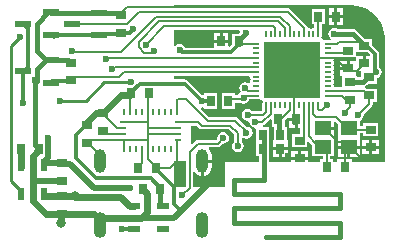
<source format=gtl>
G04*
G04 #@! TF.GenerationSoftware,Altium Limited,Altium Designer,22.1.2 (22)*
G04*
G04 Layer_Physical_Order=1*
G04 Layer_Color=255*
%FSLAX44Y44*%
%MOMM*%
G71*
G04*
G04 #@! TF.SameCoordinates,13D72DB6-CE64-42D8-9DE0-DE94B983F977*
G04*
G04*
G04 #@! TF.FilePolarity,Positive*
G04*
G01*
G75*
%ADD10C,0.2500*%
%ADD12C,0.2000*%
%ADD13C,0.3000*%
%ADD33R,0.7000X0.9000*%
%ADD34R,1.4500X0.6000*%
%ADD35R,0.9000X0.7000*%
%ADD36C,0.4000*%
%ADD37R,0.6000X1.0500*%
%ADD38R,0.4750X0.2500*%
%ADD39R,0.2500X0.5750*%
%ADD40R,1.0500X0.6000*%
%ADD41R,4.7000X4.7000*%
%ADD42O,0.6500X0.2000*%
%ADD43O,0.2000X0.6500*%
%ADD44R,1.4000X1.1500*%
%ADD45C,0.5000*%
%ADD46C,0.4000*%
%ADD47C,0.6000*%
%ADD48O,1.1000X2.2000*%
%ADD49O,1.0080X2.0160*%
%ADD50C,0.6000*%
%ADD51C,0.8000*%
%ADD52C,0.6600*%
G36*
X-123516Y-25030D02*
X-123682Y-25865D01*
X-125018Y-27201D01*
X-130250D01*
Y-35405D01*
X-130309Y-35701D01*
X-130250Y-35996D01*
Y-36154D01*
X-132440Y-38344D01*
X-133710Y-37818D01*
Y-34971D01*
X-139750D01*
X-145790D01*
Y-39132D01*
X-170014D01*
X-170040Y-39000D01*
X-171145Y-37346D01*
X-172799Y-36241D01*
X-174750Y-35853D01*
X-176701Y-36241D01*
X-178355Y-37346D01*
X-178730Y-37908D01*
X-180000Y-37522D01*
Y-23760D01*
X-124209D01*
X-123516Y-25030D01*
D02*
G37*
G36*
X-13607Y-45141D02*
X-14133Y-46411D01*
X-17480D01*
Y-52451D01*
X-20020D01*
Y-46411D01*
X-25750D01*
Y-44014D01*
X-25250Y-42951D01*
X-15797D01*
X-13607Y-45141D01*
D02*
G37*
G36*
X-21000Y-58701D02*
Y-63933D01*
X-21189Y-64123D01*
X-24500D01*
Y-62701D01*
X-25210D01*
Y-58491D01*
X-22183D01*
X-21000Y-58701D01*
D02*
G37*
G36*
X-115309Y-63701D02*
X-115076Y-64872D01*
X-114522Y-65701D01*
X-115076Y-66530D01*
X-115309Y-67701D01*
X-115163Y-68432D01*
X-116241Y-69239D01*
X-117174Y-68616D01*
X-119125Y-68228D01*
X-121076Y-68616D01*
X-122730Y-69721D01*
X-123835Y-71375D01*
X-124223Y-73326D01*
X-123835Y-75277D01*
X-122809Y-76813D01*
X-124355Y-77846D01*
X-125388Y-79392D01*
X-128000D01*
Y-77750D01*
X-139000D01*
Y-90750D01*
X-128000D01*
Y-85510D01*
X-123675D01*
X-122701Y-86161D01*
X-120750Y-86549D01*
X-118799Y-86161D01*
X-117145Y-85056D01*
X-116040Y-83402D01*
X-115912Y-82760D01*
X-107750D01*
X-107060Y-82622D01*
X-105790Y-83411D01*
Y-83741D01*
X-105460D01*
X-104671Y-85011D01*
X-104809Y-85701D01*
Y-91934D01*
X-105767Y-92892D01*
X-113280D01*
X-113645Y-92346D01*
X-115299Y-91241D01*
X-117250Y-90853D01*
X-119201Y-91241D01*
X-120855Y-92346D01*
X-121960Y-94000D01*
X-122348Y-95951D01*
X-121960Y-97902D01*
X-120855Y-99556D01*
X-119201Y-100661D01*
X-117250Y-101049D01*
X-116724Y-100944D01*
X-115826Y-101842D01*
X-115848Y-101951D01*
X-115460Y-103902D01*
X-114355Y-105556D01*
X-112701Y-106661D01*
X-110750Y-107049D01*
X-110000Y-107664D01*
Y-119201D01*
X-110000D01*
Y-130980D01*
X-107578D01*
Y-135951D01*
X-136750D01*
Y-157451D01*
X-163191D01*
Y-144702D01*
X-163041Y-144620D01*
X-161921Y-144373D01*
X-160906Y-145696D01*
X-159323Y-146911D01*
X-157479Y-147675D01*
X-156770Y-147768D01*
Y-135250D01*
X-155500D01*
Y-133980D01*
X-147855D01*
Y-130210D01*
X-148115Y-128231D01*
X-148879Y-126387D01*
X-150094Y-124804D01*
X-150387Y-124579D01*
X-149956Y-123309D01*
X-142750D01*
X-142750Y-123309D01*
X-141580Y-123076D01*
X-140587Y-122413D01*
X-138644Y-120470D01*
X-138000Y-120598D01*
X-136049Y-120210D01*
X-134395Y-119105D01*
X-133290Y-117451D01*
X-132902Y-115500D01*
X-133290Y-113549D01*
X-134395Y-111895D01*
X-136049Y-110790D01*
X-138000Y-110402D01*
X-139951Y-110790D01*
X-141605Y-111895D01*
X-142710Y-113549D01*
X-143098Y-115500D01*
X-142970Y-116144D01*
X-144017Y-117191D01*
X-159500D01*
X-160671Y-117424D01*
X-161663Y-118087D01*
X-161663Y-118087D01*
X-164327Y-120751D01*
X-165500Y-120265D01*
Y-105135D01*
X-160441D01*
X-158413Y-107163D01*
X-157421Y-107826D01*
X-156250Y-108059D01*
X-156250Y-108059D01*
X-133267D01*
X-128559Y-112767D01*
Y-118530D01*
X-129105Y-118895D01*
X-130210Y-120549D01*
X-130598Y-122500D01*
X-130210Y-124451D01*
X-129105Y-126105D01*
X-127451Y-127210D01*
X-125500Y-127598D01*
X-123549Y-127210D01*
X-121895Y-126105D01*
X-120790Y-124451D01*
X-120402Y-122500D01*
X-120790Y-120549D01*
X-121895Y-118895D01*
X-122441Y-118530D01*
Y-115691D01*
X-121171Y-115013D01*
X-120201Y-115661D01*
X-118250Y-116049D01*
X-116299Y-115661D01*
X-114645Y-114556D01*
X-113540Y-112902D01*
X-113152Y-110951D01*
X-113540Y-109000D01*
X-114645Y-107346D01*
X-116299Y-106241D01*
X-118250Y-105853D01*
X-118477Y-105898D01*
X-125788Y-98587D01*
X-126780Y-97924D01*
X-127951Y-97691D01*
X-127951Y-97691D01*
X-149733D01*
X-156787Y-90637D01*
X-156218Y-89572D01*
X-155872Y-89524D01*
X-155750Y-89549D01*
X-155074Y-89414D01*
X-154976Y-89401D01*
X-154000Y-90201D01*
Y-90750D01*
X-143000D01*
Y-77750D01*
X-154000D01*
Y-78700D01*
X-154982Y-79506D01*
X-155750Y-79353D01*
X-155793Y-79361D01*
X-168177Y-66977D01*
X-169335Y-66203D01*
X-170701Y-65931D01*
X-180000D01*
Y-62760D01*
X-116081D01*
X-115309Y-63701D01*
D02*
G37*
G36*
X-38750Y-47201D02*
X-25790D01*
Y-50661D01*
X-30980D01*
Y-56701D01*
X-32250D01*
Y-57971D01*
X-39290D01*
Y-62741D01*
X-37500D01*
Y-72642D01*
X-43419D01*
X-44191Y-71701D01*
X-44424Y-70531D01*
X-44978Y-69701D01*
X-44424Y-68872D01*
X-44191Y-67701D01*
X-44424Y-66530D01*
X-44978Y-65701D01*
X-44424Y-64872D01*
X-44191Y-63701D01*
X-44424Y-62530D01*
X-44978Y-61701D01*
X-44424Y-60872D01*
X-44191Y-59701D01*
X-44424Y-58531D01*
X-44978Y-57701D01*
X-44424Y-56872D01*
X-44191Y-55701D01*
X-44424Y-54531D01*
X-44978Y-53701D01*
X-44424Y-52871D01*
X-44191Y-51701D01*
X-44424Y-50531D01*
X-44654Y-50187D01*
X-43915Y-49082D01*
X-43641Y-47701D01*
X-42868Y-46760D01*
X-38750D01*
Y-47201D01*
D02*
G37*
G36*
X-24455Y-3581D02*
X-20265Y-4587D01*
X-16285Y-6236D01*
X-12611Y-8487D01*
X-9334Y-11286D01*
X-6536Y-14562D01*
X-4285Y-18235D01*
X-2636Y-22216D01*
X-1630Y-26406D01*
X-1390Y-29458D01*
X-1299Y-30701D01*
X-1299Y-30701D01*
X-1299Y-31950D01*
Y-135951D01*
X-29210D01*
Y-133161D01*
X-41290D01*
Y-135951D01*
X-44750D01*
Y-133701D01*
X-47191D01*
Y-131201D01*
X-44500D01*
Y-115741D01*
X-43960D01*
Y-108721D01*
X-53500D01*
Y-106181D01*
X-43960D01*
Y-102363D01*
X-42690Y-101837D01*
X-40500Y-104027D01*
Y-115161D01*
X-41040D01*
Y-122181D01*
X-21960D01*
Y-115161D01*
X-22500D01*
Y-111510D01*
X-19750D01*
Y-113951D01*
X-6750D01*
Y-102951D01*
X-19750D01*
Y-105392D01*
X-22500D01*
Y-101001D01*
X-22049Y-100911D01*
X-20395Y-99806D01*
X-19290Y-98152D01*
X-18902Y-96201D01*
X-19030Y-95557D01*
X-12337Y-88864D01*
X-12337Y-88864D01*
X-11674Y-87872D01*
X-11441Y-86701D01*
Y-84701D01*
X-8000D01*
Y-73701D01*
X-16674D01*
X-16837Y-73538D01*
X-17507Y-73091D01*
X-17521Y-73052D01*
X-17571Y-71919D01*
X-17507Y-71680D01*
X-16616Y-71085D01*
X-15232Y-69701D01*
X-8000D01*
Y-64600D01*
X-7049Y-64411D01*
X-5395Y-63306D01*
X-4290Y-61652D01*
X-3902Y-59701D01*
X-4290Y-57750D01*
X-5395Y-56096D01*
X-5931Y-55738D01*
Y-44201D01*
X-6203Y-42835D01*
X-6977Y-41678D01*
X-12250Y-36404D01*
Y-31951D01*
X-17467D01*
X-18326Y-31377D01*
X-18366Y-31317D01*
X-18366Y-31317D01*
X-25116Y-24567D01*
X-26439Y-23683D01*
X-28000Y-23373D01*
X-28000Y-23373D01*
X-40854D01*
X-41799Y-22741D01*
X-43750Y-22353D01*
X-45701Y-22741D01*
X-47355Y-23846D01*
X-48460Y-25500D01*
X-48848Y-27451D01*
X-48460Y-29402D01*
X-47355Y-31056D01*
X-46881Y-31372D01*
X-47267Y-32642D01*
X-51750D01*
X-52440Y-32780D01*
X-53710Y-31991D01*
Y-31661D01*
X-54040D01*
X-54829Y-30391D01*
X-54691Y-29701D01*
Y-19201D01*
X-52000D01*
Y-6201D01*
X-63000D01*
Y-19201D01*
X-60809D01*
Y-21370D01*
X-61750Y-22142D01*
X-62920Y-22375D01*
X-63750Y-22929D01*
X-64580Y-22375D01*
X-65750Y-22142D01*
X-66914Y-21079D01*
X-66924Y-21030D01*
X-67587Y-20038D01*
X-67587Y-20038D01*
X-81087Y-6538D01*
X-82079Y-5875D01*
X-83250Y-5642D01*
X-83250Y-5642D01*
X-180000Y-5642D01*
Y-3250D01*
X-28750Y-3250D01*
X-28726Y-3245D01*
X-24455Y-3581D01*
D02*
G37*
G36*
X-83002Y-98480D02*
X-76250D01*
Y-99750D01*
X-74980D01*
Y-106790D01*
X-72809D01*
Y-112201D01*
X-79750D01*
Y-123201D01*
X-66750D01*
Y-119073D01*
X-65480Y-118547D01*
X-62500Y-121527D01*
Y-131201D01*
X-53309D01*
Y-133701D01*
X-55750D01*
Y-135951D01*
X-66210D01*
Y-133971D01*
X-73250D01*
X-80290D01*
Y-135951D01*
X-99422D01*
Y-130980D01*
X-99000D01*
Y-117980D01*
X-99000D01*
Y-106201D01*
X-104229D01*
X-104354Y-104931D01*
X-103580Y-104777D01*
X-102587Y-104114D01*
X-97923Y-99450D01*
X-96750Y-99936D01*
Y-106250D01*
X-95000D01*
Y-117440D01*
X-95540D01*
Y-123210D01*
X-89500D01*
X-83460D01*
Y-117440D01*
X-84000D01*
Y-106201D01*
X-85750D01*
Y-100576D01*
X-83463Y-98289D01*
X-83002Y-98480D01*
D02*
G37*
G36*
X-169309Y-156483D02*
X-170277Y-157451D01*
X-180000D01*
Y-135451D01*
X-169309D01*
Y-156483D01*
D02*
G37*
%LPC*%
G36*
X-133710Y-26661D02*
X-138480D01*
Y-32431D01*
X-133710D01*
Y-26661D01*
D02*
G37*
G36*
X-141020D02*
X-145790D01*
Y-32431D01*
X-141020D01*
Y-26661D01*
D02*
G37*
G36*
X-147855Y-136520D02*
X-154230D01*
Y-147768D01*
X-153521Y-147675D01*
X-151677Y-146911D01*
X-150094Y-145696D01*
X-148879Y-144113D01*
X-148115Y-142269D01*
X-147855Y-140290D01*
Y-136520D01*
D02*
G37*
G36*
X-33520Y-50661D02*
X-39290D01*
Y-55431D01*
X-33520D01*
Y-50661D01*
D02*
G37*
G36*
X-36460Y-5661D02*
X-41230D01*
Y-11431D01*
X-36460D01*
Y-5661D01*
D02*
G37*
G36*
X-43770D02*
X-48540D01*
Y-11431D01*
X-43770D01*
Y-5661D01*
D02*
G37*
G36*
X-36460Y-13971D02*
X-41230D01*
Y-19741D01*
X-36460D01*
Y-13971D01*
D02*
G37*
G36*
X-43770D02*
X-48540D01*
Y-19741D01*
X-43770D01*
Y-13971D01*
D02*
G37*
G36*
X-6210Y-117411D02*
X-11980D01*
Y-122181D01*
X-6210D01*
Y-117411D01*
D02*
G37*
G36*
X-14520D02*
X-20290D01*
Y-122181D01*
X-14520D01*
Y-117411D01*
D02*
G37*
G36*
X-6210Y-124721D02*
X-11980D01*
Y-129491D01*
X-6210D01*
Y-124721D01*
D02*
G37*
G36*
X-14520D02*
X-20290D01*
Y-129491D01*
X-14520D01*
Y-124721D01*
D02*
G37*
G36*
X-21960D02*
X-30230D01*
Y-131741D01*
X-21960D01*
Y-124721D01*
D02*
G37*
G36*
X-32770D02*
X-41040D01*
Y-131741D01*
X-32770D01*
Y-124721D01*
D02*
G37*
G36*
X-77520Y-101020D02*
X-82290D01*
Y-106790D01*
X-77520D01*
Y-101020D01*
D02*
G37*
G36*
X-66210Y-126661D02*
X-71980D01*
Y-131431D01*
X-66210D01*
Y-126661D01*
D02*
G37*
G36*
X-74520D02*
X-80290D01*
Y-131431D01*
X-74520D01*
Y-126661D01*
D02*
G37*
G36*
X-83460Y-125750D02*
X-88230D01*
Y-131520D01*
X-83460D01*
Y-125750D01*
D02*
G37*
G36*
X-90770D02*
X-95540D01*
Y-131520D01*
X-90770D01*
Y-125750D01*
D02*
G37*
%LPD*%
D10*
X-238725Y-68451D02*
X-216692D01*
X-216250Y-68009D01*
X-254275Y-84000D02*
X-238725Y-68451D01*
X-276500Y-84000D02*
X-254275D01*
X-317750Y-37750D02*
X-310250Y-30250D01*
X-317750Y-151701D02*
Y-37750D01*
Y-151701D02*
X-308750Y-160701D01*
Y-162951D02*
Y-160701D01*
D12*
X-24500Y-58701D02*
X-17750Y-51951D01*
X-43000Y-47701D02*
X-32000Y-58701D01*
X-69750Y-47701D02*
X-49500D01*
X-77750Y-87951D02*
Y-59701D01*
Y-103451D02*
Y-87951D01*
X-195000Y-141250D02*
X-183250D01*
X-254375Y-117076D02*
X-222625D01*
X-254375D02*
X-251750Y-119701D01*
X-156250Y-105000D02*
X-132000D01*
X-125500Y-122500D02*
Y-111500D01*
X-132000Y-105000D02*
X-125500Y-111500D01*
X-142750Y-120250D02*
X-138000Y-115500D01*
X-159174Y-102076D02*
X-156250Y-105000D01*
X-176375Y-102076D02*
X-159174D01*
X-166250Y-127000D02*
X-159500Y-120250D01*
X-142750D01*
X-166250Y-157750D02*
Y-127000D01*
X-172500Y-164000D02*
X-166250Y-157750D01*
X-205235Y-43201D02*
X-198000D01*
X-196500Y-41701D01*
X-236168Y-48500D02*
X-235369Y-47701D01*
X-110000D01*
X-237250Y-48500D02*
X-236168D01*
X-177000Y-135000D02*
Y-125201D01*
X-183250Y-141250D02*
X-177000Y-135000D01*
X-254750Y-103451D02*
X-253750Y-102451D01*
X-221938Y-59701D02*
X-110000D01*
X-226437Y-64201D02*
X-221938Y-59701D01*
X-217000Y-93951D02*
Y-79951D01*
X-242000Y-135250D02*
Y-129701D01*
X-252250Y-119451D02*
X-242000Y-129701D01*
X-215750Y-78701D02*
Y-77701D01*
X-217000Y-78951D02*
X-215750Y-77701D01*
X-217000Y-79951D02*
X-215750Y-78701D01*
X-263000Y-64201D02*
X-226437D01*
X-169196Y-82554D02*
X-151000Y-100750D01*
X-127951D01*
X-177000Y-83726D02*
X-175828Y-82554D01*
X-177000Y-93951D02*
Y-83726D01*
X-175828Y-82554D02*
X-169196D01*
X-37500Y-79701D02*
X-32000Y-85201D01*
X-31000D01*
X-127951Y-100750D02*
X-117250Y-111451D01*
X-19500Y-34201D02*
X-16750Y-36951D01*
X-124750Y-35701D02*
X-110000D01*
X-127250D02*
X-124750D01*
X-231750Y-56750D02*
X-230668D01*
X-229619Y-55701D01*
X-110000D01*
X-264000Y-42701D02*
X-263799Y-42500D01*
X-224299D02*
X-194500Y-12701D01*
X-263799Y-42500D02*
X-224299D01*
X-35155Y-93763D02*
X-31000Y-89607D01*
X-35155Y-94545D02*
Y-93763D01*
X-266737Y-67938D02*
X-263000Y-64201D01*
X-202000Y-112951D02*
Y-106701D01*
X-219359Y-4500D02*
X-176750D01*
X-209250Y-8701D02*
X-83250Y-8701D01*
X-219500Y-18951D02*
X-209250Y-8701D01*
X-83250Y-8701D02*
X-69750Y-22201D01*
X-187750Y-20701D02*
X-95500D01*
X-192235Y-16701D02*
X-91422D01*
X-194500Y-12701D02*
X-89765D01*
X-93750Y-27451D02*
Y-22451D01*
X-95500Y-20701D02*
X-93750Y-22451D01*
X-203500Y-36451D02*
X-187750Y-20701D01*
X-85750Y-27451D02*
Y-22373D01*
X-91422Y-16701D02*
X-85750Y-22373D01*
X-209500Y-33966D02*
X-192235Y-16701D01*
X-81750Y-27451D02*
Y-20716D01*
X-89765Y-12701D02*
X-81750Y-20716D01*
X-265500Y-18951D02*
X-219500D01*
X-224483Y-9623D02*
X-219359Y-4500D01*
X-91250Y-101750D02*
X-81750Y-92250D01*
Y-87951D01*
X-91250Y-101750D02*
X-90750Y-103000D01*
X-209500Y-38936D02*
Y-33966D01*
Y-38936D02*
X-205235Y-43201D01*
X-130750Y-82451D02*
X-122832D01*
X-121832Y-81451D01*
X-120750D01*
X-21250Y-34201D02*
X-19500D01*
X-40250D02*
X-21250D01*
X-13500Y-64201D02*
X-9500Y-60201D01*
X-54250Y-92201D02*
X-49750Y-87701D01*
X-56750Y-92201D02*
X-54250D01*
X-57750Y-91201D02*
X-56750Y-92201D01*
X-30250Y-123451D02*
X-13250D01*
X-31500D02*
X-30250D01*
X-21000Y-132701D01*
Y-133201D02*
Y-132701D01*
X-57750Y-91201D02*
Y-87951D01*
X-59407Y-97951D02*
X-42250D01*
X-32750Y-107451D01*
X-61750Y-95608D02*
Y-87951D01*
Y-95608D02*
X-59407Y-97951D01*
X-31000Y-89607D02*
Y-85201D01*
X-14500Y-86701D02*
Y-79201D01*
X-24000Y-96201D02*
X-14500Y-86701D01*
X-32000Y-58701D02*
X-24500D01*
X-52250Y-107451D02*
X-41000Y-118701D01*
X-36250D02*
X-31500Y-123451D01*
X-41000Y-118701D02*
X-36250D01*
X-53500Y-107451D02*
X-52250D01*
X-69750Y-27451D02*
Y-22201D01*
X-31000Y-85201D02*
Y-83201D01*
X-14500Y-64201D02*
X-13500D01*
X-41750Y-35701D02*
X-40250Y-34201D01*
X-49500Y-35701D02*
X-41750D01*
X-49500Y-75701D02*
X-19000D01*
X-15500Y-79201D01*
X-14500D01*
X-49500Y-79701D02*
X-37500D01*
X-119125Y-73326D02*
X-116750Y-75701D01*
X-119000Y-79701D02*
X-110000D01*
X-120750Y-81451D02*
X-119000Y-79701D01*
X-97750Y-94951D02*
Y-87951D01*
X-104750Y-101951D02*
X-97750Y-94951D01*
X-110750Y-101951D02*
X-104750D01*
X-101750Y-93201D02*
Y-87951D01*
X-104500Y-95951D02*
X-101750Y-93201D01*
X-117000Y-95951D02*
X-104500D01*
X-116750Y-75701D02*
X-110000D01*
X-255750Y-103451D02*
X-254750D01*
X-228125Y-107076D02*
X-222625D01*
X-238750Y-96451D02*
X-228125Y-107076D01*
X-239875Y-112076D02*
X-222625D01*
X-202000Y-132951D02*
Y-125201D01*
Y-132951D02*
X-195000Y-139951D01*
Y-140951D02*
Y-139951D01*
X-207000Y-136951D02*
Y-125201D01*
X-210000Y-139951D02*
X-207000Y-136951D01*
X-210000Y-139951D02*
X-210000Y-140951D01*
X-222250Y-117076D02*
X-202000D01*
X-222000Y-125201D02*
Y-117326D01*
X-222250Y-117076D02*
X-222000Y-117326D01*
X-222625Y-117076D02*
X-222250D01*
X-177000Y-125201D02*
Y-117326D01*
X-176750Y-117076D01*
X-176375D01*
X-202000Y-102451D02*
Y-93951D01*
Y-106701D02*
Y-102451D01*
X-222625Y-102076D02*
X-202375D01*
X-202000Y-102451D01*
Y-125201D02*
Y-117076D01*
X-201625Y-107076D02*
X-176375D01*
X-202000Y-106701D02*
X-201625Y-107076D01*
X-202000Y-117076D02*
Y-112951D01*
X-201125Y-112076D02*
X-176375D01*
X-202000Y-112951D02*
X-201125Y-112076D01*
X-202000Y-93951D02*
Y-78951D01*
X-200750Y-77701D01*
X-57750Y-27451D02*
Y-12951D01*
X-57500Y-12701D01*
X-17750Y-51951D02*
X-16750D01*
X-79750Y-57701D02*
X-77750Y-59701D01*
X-73750Y-51701D02*
X-69750Y-47701D01*
X-79750Y-57701D02*
X-73750Y-51701D01*
X-49500Y-47701D02*
X-43000D01*
X-49500Y-43701D02*
X-31000D01*
X-31000Y-43701D01*
X-65750Y-113951D02*
X-60250Y-119451D01*
X-65750Y-113951D02*
Y-87951D01*
X-32750Y-107451D02*
X-31500D01*
X-60750Y-118701D02*
X-58250D01*
X-53500Y-123451D01*
X-30500Y-108451D02*
X-13250D01*
X-31500Y-107451D02*
X-30500Y-108451D01*
X-50250Y-140201D02*
Y-126701D01*
X-53500Y-123451D02*
X-50250Y-126701D01*
X-35250Y-140201D02*
Y-127201D01*
X-31500Y-123451D01*
X-69750Y-117182D02*
Y-87951D01*
X-69750Y-87951D02*
X-69750Y-87951D01*
X-71750Y-132701D02*
X-70750D01*
D13*
X-173875Y-177125D02*
X-173750Y-177250D01*
X-179500Y-171500D02*
X-173875Y-177125D01*
X-296250Y-126201D02*
X-294250Y-124201D01*
X-195000Y-141951D02*
X-179500Y-157451D01*
Y-171500D02*
Y-157451D01*
X-195000Y-141250D02*
Y-140951D01*
Y-141951D02*
Y-141250D01*
X-262500Y-132500D02*
Y-112701D01*
X-254250Y-104451D01*
X-245250Y-149750D02*
X-199451D01*
X-262500Y-132500D02*
X-245250Y-149750D01*
X-191250Y-158951D02*
Y-157951D01*
X-199451Y-149750D02*
X-191250Y-157951D01*
X-208549Y-69500D02*
X-170701D01*
X-215750Y-76701D02*
X-208549Y-69500D01*
X-155750Y-84451D02*
X-148250D01*
X-215750Y-77701D02*
Y-76701D01*
X-170701Y-69500D02*
X-155750Y-84451D01*
X-223500Y-192750D02*
X-223351Y-192600D01*
X-213650D01*
X-213500Y-192451D01*
X-9500Y-60201D02*
Y-44201D01*
X-307750Y-85750D02*
Y-59701D01*
X-307500Y-18451D02*
X-307250Y-18701D01*
X-307750Y-59701D02*
X-303500Y-55451D01*
X-242875Y-28326D02*
X-242000Y-27451D01*
X-289750Y-162951D02*
X-287827Y-164874D01*
X-191250Y-171951D02*
X-189750Y-173451D01*
X-189000D01*
X-174750Y-40951D02*
X-173000Y-42701D01*
X-131750D01*
X-124750Y-35701D01*
X-224500Y-26451D02*
X-217250D01*
X-214000Y-23201D01*
X-307250Y-18701D02*
X-303500Y-22451D01*
Y-55451D02*
Y-22451D01*
X-296250Y-127951D02*
Y-126201D01*
X-242000Y-27451D02*
X-225500D01*
X-224500Y-26451D01*
X-282625Y-28326D02*
X-242875D01*
X-283625D02*
X-282625D01*
X-281250Y-29701D01*
X-282750Y-28201D02*
X-282625Y-28326D01*
X-242875D02*
X-242750Y-28451D01*
X-283750Y-28201D02*
X-283625Y-28326D01*
X-283750Y-28201D02*
X-282750D01*
X-283750Y-68701D02*
X-282750Y-67701D01*
X-267500D01*
X-266500Y-66701D01*
X-16750Y-36951D02*
X-9500Y-44201D01*
D33*
X-294250Y-125201D02*
D03*
X-309250D02*
D03*
X-133500Y-84250D02*
D03*
X-148500D02*
D03*
X-191250Y-158951D02*
D03*
X-206250D02*
D03*
X-215750Y-77701D02*
D03*
X-200750D02*
D03*
X-210000Y-140951D02*
D03*
X-195000D02*
D03*
X-42500Y-12701D02*
D03*
X-57500D02*
D03*
X-124750Y-33701D02*
D03*
X-139750D02*
D03*
X-35250Y-140201D02*
D03*
X-50250D02*
D03*
X-89500Y-124480D02*
D03*
X-104500D02*
D03*
X-89500Y-112701D02*
D03*
X-104500D02*
D03*
X-76250Y-99750D02*
D03*
X-91250D02*
D03*
D34*
X-283750Y-28201D02*
D03*
X-283750Y-9201D02*
D03*
X-307250Y-18701D02*
D03*
X-283750Y-68701D02*
D03*
X-283750Y-49701D02*
D03*
X-307250Y-59201D02*
D03*
X-242750Y-28451D02*
D03*
X-242750Y-9451D02*
D03*
X-266250Y-18951D02*
D03*
D35*
X-274250Y-151701D02*
D03*
Y-136701D02*
D03*
X-31000Y-83201D02*
D03*
Y-68201D02*
D03*
X-14500Y-79201D02*
D03*
Y-64201D02*
D03*
X-266500Y-51701D02*
D03*
Y-66701D02*
D03*
X-224500Y-26451D02*
D03*
Y-11451D02*
D03*
X-274750Y-164750D02*
D03*
Y-179750D02*
D03*
X-253250Y-104451D02*
D03*
Y-119451D02*
D03*
X-240000Y-109701D02*
D03*
X-240000Y-94701D02*
D03*
X-18750Y-37451D02*
D03*
Y-52451D02*
D03*
X-32250Y-41701D02*
D03*
Y-56701D02*
D03*
X-13250Y-123451D02*
D03*
Y-108451D02*
D03*
X-73250Y-117701D02*
D03*
Y-132701D02*
D03*
D36*
X-103500Y-133201D02*
D03*
D37*
X-308750Y-138451D02*
D03*
X-289750D02*
D03*
Y-162951D02*
D03*
X-299250D02*
D03*
X-308750Y-162951D02*
D03*
D38*
X-222625Y-112076D02*
D03*
Y-117076D02*
D03*
Y-107076D02*
D03*
Y-102076D02*
D03*
X-176375D02*
D03*
Y-107076D02*
D03*
Y-117076D02*
D03*
Y-112076D02*
D03*
D39*
X-222000Y-93951D02*
D03*
X-217000D02*
D03*
X-207000Y-93951D02*
D03*
X-212000D02*
D03*
X-192000Y-93951D02*
D03*
X-187000D02*
D03*
X-197000D02*
D03*
X-202000D02*
D03*
X-177000D02*
D03*
X-182000D02*
D03*
Y-125201D02*
D03*
X-177000D02*
D03*
X-202000D02*
D03*
X-197000D02*
D03*
X-187000D02*
D03*
X-192000D02*
D03*
X-212000Y-125201D02*
D03*
X-207000D02*
D03*
X-217000Y-125201D02*
D03*
X-222000D02*
D03*
D40*
X-189000Y-173451D02*
D03*
Y-192451D02*
D03*
X-213500D02*
D03*
X-213500Y-182951D02*
D03*
X-213500Y-173451D02*
D03*
D41*
X-79750Y-57701D02*
D03*
D42*
X-49500Y-35701D02*
D03*
Y-39701D02*
D03*
Y-43701D02*
D03*
Y-47701D02*
D03*
Y-51701D02*
D03*
Y-55701D02*
D03*
Y-59701D02*
D03*
Y-63701D02*
D03*
Y-67701D02*
D03*
Y-71701D02*
D03*
Y-75701D02*
D03*
Y-79701D02*
D03*
X-110000D02*
D03*
Y-75701D02*
D03*
Y-71701D02*
D03*
Y-67701D02*
D03*
Y-63701D02*
D03*
Y-59701D02*
D03*
Y-55701D02*
D03*
Y-51701D02*
D03*
Y-47701D02*
D03*
Y-43701D02*
D03*
Y-39701D02*
D03*
Y-35701D02*
D03*
D43*
X-57750Y-87951D02*
D03*
X-61750D02*
D03*
X-65750D02*
D03*
X-69750D02*
D03*
X-73750D02*
D03*
X-77750D02*
D03*
X-81750D02*
D03*
X-85750D02*
D03*
X-89750D02*
D03*
X-93750D02*
D03*
X-97750D02*
D03*
X-101750D02*
D03*
Y-27451D02*
D03*
X-97750D02*
D03*
X-93750D02*
D03*
X-89750D02*
D03*
X-85750D02*
D03*
X-81750D02*
D03*
X-77750D02*
D03*
X-73750D02*
D03*
X-69750D02*
D03*
X-65750D02*
D03*
X-61750D02*
D03*
X-57750D02*
D03*
D44*
X-53500Y-107451D02*
D03*
X-31500D02*
D03*
Y-123451D02*
D03*
X-53500D02*
D03*
D45*
X-173875Y-177125D02*
X-151750Y-155000D01*
X-179701Y-182951D02*
X-173875Y-177125D01*
X-207442Y-182951D02*
X-179701D01*
X-207453D02*
X-207442D01*
X-286250Y-132701D02*
Y-116521D01*
X-289750Y-136201D02*
X-286250Y-132701D01*
X-286696Y-116075D02*
Y-115804D01*
Y-116075D02*
X-286250Y-116521D01*
X-267320Y-137701D02*
X-247271Y-157750D01*
X-217250D01*
X-272250Y-137701D02*
X-267320D01*
X-273250Y-136701D02*
X-272250Y-137701D01*
X-289750Y-138451D02*
Y-136201D01*
X-289250Y-136701D02*
X-274250D01*
X-298250Y-151701D02*
X-274250D01*
X-299250Y-150701D02*
X-298250Y-151701D01*
D46*
X-242750Y-9451D02*
X-224483Y-9623D01*
X-295500Y-67068D02*
Y-57201D01*
X-297117Y-67213D02*
X-296576Y-66671D01*
X-294250Y-124201D02*
X-293250Y-125201D01*
X-297117Y-121334D02*
X-294250Y-124201D01*
X-297117Y-121334D02*
Y-67213D01*
X-296576Y-66671D02*
X-296197D01*
X-118750Y-26701D02*
Y-26701D01*
X-103500Y-133201D02*
Y-113701D01*
X-104500Y-112701D02*
X-103500Y-113701D01*
X-90750Y-110750D02*
Y-103000D01*
X-191250Y-171951D02*
Y-158951D01*
X-295500Y-57201D02*
X-288000Y-49701D01*
X-296000Y-41701D02*
Y-18701D01*
Y-41701D02*
X-288000Y-49701D01*
X-296000Y-18701D02*
X-286500Y-9201D01*
X-242875Y-9326D02*
X-242750Y-9451D01*
X-283625Y-9326D02*
X-242875D01*
X-283750Y-9201D02*
X-283625Y-9326D01*
X-286500Y-9201D02*
X-283750D01*
X-288000Y-49701D02*
X-283750D01*
X-269500D01*
X-267500Y-51701D01*
X-266500D01*
X-124750Y-32701D02*
X-118750Y-26701D01*
X-28000Y-27451D02*
X-21250Y-34201D01*
X-43750Y-27451D02*
X-28000D01*
X-21250Y-35951D02*
Y-34201D01*
X-19750Y-37451D02*
X-18750D01*
X-21250Y-35951D02*
X-19750Y-37451D01*
X-124750Y-32701D02*
Y-32451D01*
Y-33701D02*
Y-32701D01*
Y-35701D02*
Y-33701D01*
X-31000Y-68201D02*
X-19500D01*
X-15500Y-64201D01*
X-14500D01*
X-241000Y-94701D02*
X-240000D01*
X-103500Y-151201D02*
Y-133201D01*
X-128500Y-151201D02*
X-103500Y-151201D01*
X-128500Y-151201D02*
X-128500Y-163201D01*
X-39500D01*
Y-175201D02*
Y-163201D01*
X-128500Y-175201D02*
X-39500D01*
X-128500Y-187201D02*
Y-175201D01*
Y-187201D02*
X-39500D01*
X-101500Y-199201D02*
X-39500Y-199201D01*
Y-187201D01*
D47*
X-213500Y-182951D02*
X-207453D01*
X-217299Y-173451D02*
X-213500D01*
X-225376Y-165374D02*
X-217299Y-173451D01*
X-263126Y-165374D02*
X-225376D01*
X-287827Y-164874D02*
X-274425D01*
X-263500Y-165000D02*
X-263126Y-165374D01*
X-274551Y-165000D02*
X-263500D01*
X-241900Y-185261D02*
X-239590Y-182951D01*
X-213500D01*
X-241900Y-188850D02*
Y-185261D01*
X-247500Y-179750D02*
X-242750Y-184500D01*
X-274750Y-179750D02*
X-247500D01*
X-240000Y-94701D02*
X-224250Y-78951D01*
X-275250Y-180250D02*
X-274750Y-179750D01*
X-275250Y-187750D02*
Y-180250D01*
X-288272Y-179750D02*
X-274750D01*
X-299250Y-168772D02*
X-288272Y-179750D01*
X-299250Y-168772D02*
Y-164951D01*
Y-150701D02*
Y-131201D01*
Y-162951D02*
Y-150701D01*
X-202500Y-178009D02*
Y-162701D01*
X-207442Y-182951D02*
X-202500Y-178009D01*
X-206250Y-158951D02*
X-202500Y-162701D01*
X-308750Y-140451D02*
Y-125201D01*
X-296250Y-128201D02*
Y-127951D01*
X-299250Y-131201D02*
X-296250Y-128201D01*
X-224250Y-78951D02*
X-217000D01*
X-246000Y-94701D02*
X-241000D01*
X-253750Y-102451D02*
X-246000Y-94701D01*
D48*
X-155500Y-188850D02*
D03*
X-241900D02*
D03*
D49*
X-155500Y-135250D02*
D03*
X-242000D02*
D03*
D50*
X-138000Y-115500D02*
D03*
X-131632Y-129382D02*
D03*
X-172500Y-164000D02*
D03*
X-286696Y-115804D02*
D03*
X-196500Y-41701D02*
D03*
X-217250Y-157750D02*
D03*
X-216250Y-68009D02*
D03*
X-223500Y-192750D02*
D03*
X-215750Y-77701D02*
D03*
X-155750Y-84451D02*
D03*
X-307750Y-85750D02*
D03*
X-231750Y-56750D02*
D03*
X-237250Y-48500D02*
D03*
X-35155Y-94545D02*
D03*
X-276500Y-84000D02*
D03*
X-297121Y-66289D02*
D03*
X-310250Y-30250D02*
D03*
X-150235Y-27446D02*
D03*
X-118750Y-26701D02*
D03*
X-125500Y-122500D02*
D03*
X-174750Y-40951D02*
D03*
X-214000Y-23201D02*
D03*
X-203500Y-36451D02*
D03*
X-266250Y-41951D02*
D03*
X-118250Y-110951D02*
D03*
X-12750Y-21951D02*
D03*
X-24750Y-13201D02*
D03*
X-6500Y-93451D02*
D03*
X-117500Y-131000D02*
D03*
X-83000Y-130750D02*
D03*
X-43750Y-27451D02*
D03*
X-9000Y-59701D02*
D03*
X-49750Y-87701D02*
D03*
X-21000Y-133201D02*
D03*
X-24000Y-96201D02*
D03*
X-119125Y-73326D02*
D03*
X-120750Y-81451D02*
D03*
X-110750Y-101951D02*
D03*
X-117250Y-95951D02*
D03*
D51*
X-263500Y-165000D02*
D03*
X-275250Y-187750D02*
D03*
D52*
X-97750Y-75701D02*
D03*
Y-63701D02*
D03*
Y-51701D02*
D03*
Y-39701D02*
D03*
X-85750Y-75701D02*
D03*
Y-63701D02*
D03*
Y-51701D02*
D03*
Y-39701D02*
D03*
X-73750Y-75701D02*
D03*
X-73750Y-63701D02*
D03*
Y-51701D02*
D03*
X-73750Y-39701D02*
D03*
X-61750Y-75701D02*
D03*
Y-63701D02*
D03*
Y-51701D02*
D03*
Y-39701D02*
D03*
M02*

</source>
